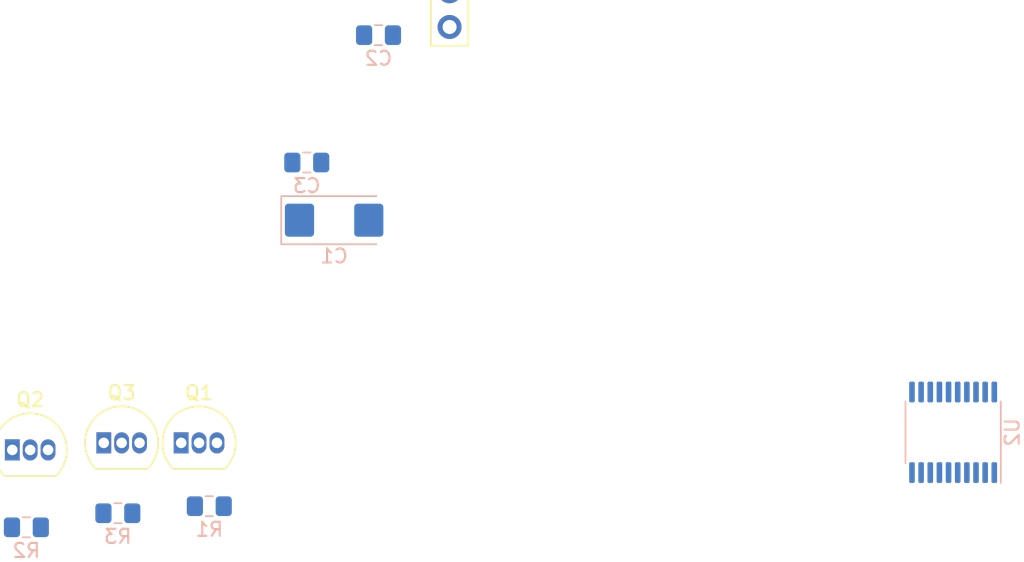
<source format=kicad_pcb>
(kicad_pcb (version 20171130) (host pcbnew "(5.1.4)-1")

  (general
    (thickness 1.6)
    (drawings 0)
    (tracks 0)
    (zones 0)
    (modules 17)
    (nets 28)
  )

  (page A4)
  (title_block
    (title Title)
    (date Date)
    (rev Rev)
    (company "Ondřej Fidra")
    (comment 1 Com1)
    (comment 2 Com2)
    (comment 3 Com3)
    (comment 4 Com4)
  )

  (layers
    (0 F.Cu signal hide)
    (31 B.Cu signal)
    (32 B.Adhes user)
    (33 F.Adhes user hide)
    (34 B.Paste user)
    (35 F.Paste user hide)
    (36 B.SilkS user)
    (37 F.SilkS user hide)
    (38 B.Mask user)
    (39 F.Mask user hide)
    (40 Dwgs.User user)
    (41 Cmts.User user)
    (42 Eco1.User user)
    (43 Eco2.User user)
    (44 Edge.Cuts user)
    (45 Margin user)
    (46 B.CrtYd user)
    (47 F.CrtYd user)
    (48 B.Fab user)
    (49 F.Fab user)
  )

  (setup
    (last_trace_width 0.25)
    (user_trace_width 0.8)
    (trace_clearance 0.2)
    (zone_clearance 0.2)
    (zone_45_only no)
    (trace_min 0.2)
    (via_size 0.8)
    (via_drill 0.4)
    (via_min_size 0.4)
    (via_min_drill 0.3)
    (user_via 2 0.6)
    (uvia_size 0.3)
    (uvia_drill 0.1)
    (uvias_allowed no)
    (uvia_min_size 0.2)
    (uvia_min_drill 0.1)
    (edge_width 0.05)
    (segment_width 0.2)
    (pcb_text_width 0.3)
    (pcb_text_size 1.5 1.5)
    (mod_edge_width 0.12)
    (mod_text_size 1 1)
    (mod_text_width 0.15)
    (pad_size 1.524 1.524)
    (pad_drill 0.762)
    (pad_to_mask_clearance 0.051)
    (solder_mask_min_width 0.25)
    (aux_axis_origin 0 0)
    (visible_elements 7FFFFFFF)
    (pcbplotparams
      (layerselection 0x010fc_ffffffff)
      (usegerberextensions false)
      (usegerberattributes false)
      (usegerberadvancedattributes false)
      (creategerberjobfile false)
      (excludeedgelayer true)
      (linewidth 0.100000)
      (plotframeref false)
      (viasonmask false)
      (mode 1)
      (useauxorigin false)
      (hpglpennumber 1)
      (hpglpenspeed 20)
      (hpglpendiameter 15.000000)
      (psnegative false)
      (psa4output false)
      (plotreference true)
      (plotvalue true)
      (plotinvisibletext false)
      (padsonsilk false)
      (subtractmaskfromsilk false)
      (outputformat 1)
      (mirror false)
      (drillshape 1)
      (scaleselection 1)
      (outputdirectory ""))
  )

  (net 0 "")
  (net 1 +5V)
  (net 2 GND)
  (net 3 "Net-(C3-Pad1)")
  (net 4 /SWIM)
  (net 5 /NRST)
  (net 6 +3V3)
  (net 7 /LED_R1)
  (net 8 /LED_R2)
  (net 9 /LED_O)
  (net 10 "Net-(Q1-Pad2)")
  (net 11 "Net-(Q2-Pad2)")
  (net 12 "Net-(Q3-Pad2)")
  (net 13 /PIN_LED_R1)
  (net 14 /PIN_LED_R2)
  (net 15 /PIN_LED_O)
  (net 16 /PIN_POT)
  (net 17 /SW_LED_R1)
  (net 18 /SW_LED_R2)
  (net 19 /SW_LED_O)
  (net 20 "Net-(U2-Pad5)")
  (net 21 "Net-(U2-Pad6)")
  (net 22 "Net-(U2-Pad10)")
  (net 23 "Net-(U2-Pad11)")
  (net 24 "Net-(U2-Pad12)")
  (net 25 "Net-(U2-Pad14)")
  (net 26 "Net-(U2-Pad15)")
  (net 27 "Net-(U2-Pad19)")

  (net_class Default "This is the default net class."
    (clearance 0.2)
    (trace_width 0.25)
    (via_dia 0.8)
    (via_drill 0.4)
    (uvia_dia 0.3)
    (uvia_drill 0.1)
    (add_net +3V3)
    (add_net +5V)
    (add_net /LED_O)
    (add_net /LED_R1)
    (add_net /LED_R2)
    (add_net /NRST)
    (add_net /PIN_LED_O)
    (add_net /PIN_LED_R1)
    (add_net /PIN_LED_R2)
    (add_net /PIN_POT)
    (add_net /SWIM)
    (add_net /SW_LED_O)
    (add_net /SW_LED_R1)
    (add_net /SW_LED_R2)
    (add_net GND)
    (add_net "Net-(C3-Pad1)")
    (add_net "Net-(Q1-Pad2)")
    (add_net "Net-(Q2-Pad2)")
    (add_net "Net-(Q3-Pad2)")
    (add_net "Net-(U2-Pad10)")
    (add_net "Net-(U2-Pad11)")
    (add_net "Net-(U2-Pad12)")
    (add_net "Net-(U2-Pad14)")
    (add_net "Net-(U2-Pad15)")
    (add_net "Net-(U2-Pad19)")
    (add_net "Net-(U2-Pad5)")
    (add_net "Net-(U2-Pad6)")
  )

  (module Capacitor_Tantalum_SMD:CP_EIA-6032-28_Kemet-C (layer B.Cu) (tedit 5B301BBE) (tstamp 5F7053DD)
    (at 105.870001 64.175001)
    (descr "Tantalum Capacitor SMD Kemet-C (6032-28 Metric), IPC_7351 nominal, (Body size from: http://www.kemet.com/Lists/ProductCatalog/Attachments/253/KEM_TC101_STD.pdf), generated with kicad-footprint-generator")
    (tags "capacitor tantalum")
    (path /5F0D47F0)
    (attr smd)
    (fp_text reference C1 (at 0 2.55) (layer B.SilkS)
      (effects (font (size 1 1) (thickness 0.15)) (justify mirror))
    )
    (fp_text value CP (at 0 -2.55) (layer B.Fab)
      (effects (font (size 1 1) (thickness 0.15)) (justify mirror))
    )
    (fp_line (start 3 1.6) (end -2.2 1.6) (layer B.Fab) (width 0.1))
    (fp_line (start -2.2 1.6) (end -3 0.8) (layer B.Fab) (width 0.1))
    (fp_line (start -3 0.8) (end -3 -1.6) (layer B.Fab) (width 0.1))
    (fp_line (start -3 -1.6) (end 3 -1.6) (layer B.Fab) (width 0.1))
    (fp_line (start 3 -1.6) (end 3 1.6) (layer B.Fab) (width 0.1))
    (fp_line (start 3 1.71) (end -3.76 1.71) (layer B.SilkS) (width 0.12))
    (fp_line (start -3.76 1.71) (end -3.76 -1.71) (layer B.SilkS) (width 0.12))
    (fp_line (start -3.76 -1.71) (end 3 -1.71) (layer B.SilkS) (width 0.12))
    (fp_line (start -3.75 -1.85) (end -3.75 1.85) (layer B.CrtYd) (width 0.05))
    (fp_line (start -3.75 1.85) (end 3.75 1.85) (layer B.CrtYd) (width 0.05))
    (fp_line (start 3.75 1.85) (end 3.75 -1.85) (layer B.CrtYd) (width 0.05))
    (fp_line (start 3.75 -1.85) (end -3.75 -1.85) (layer B.CrtYd) (width 0.05))
    (fp_text user %R (at 0 0) (layer B.Fab)
      (effects (font (size 1 1) (thickness 0.15)) (justify mirror))
    )
    (pad 1 smd roundrect (at -2.4625 0) (size 2.075 2.35) (layers B.Cu B.Paste B.Mask) (roundrect_rratio 0.120482)
      (net 1 +5V))
    (pad 2 smd roundrect (at 2.4625 0) (size 2.075 2.35) (layers B.Cu B.Paste B.Mask) (roundrect_rratio 0.120482)
      (net 2 GND))
    (model ${KISYS3DMOD}/Capacitor_Tantalum_SMD.3dshapes/CP_EIA-6032-28_Kemet-C.wrl
      (at (xyz 0 0 0))
      (scale (xyz 1 1 1))
      (rotate (xyz 0 0 0))
    )
  )

  (module Capacitor_SMD:C_0805_2012Metric_Pad1.15x1.40mm_HandSolder (layer B.Cu) (tedit 5B36C52B) (tstamp 5F7053EE)
    (at 109.025001 51.025001)
    (descr "Capacitor SMD 0805 (2012 Metric), square (rectangular) end terminal, IPC_7351 nominal with elongated pad for handsoldering. (Body size source: https://docs.google.com/spreadsheets/d/1BsfQQcO9C6DZCsRaXUlFlo91Tg2WpOkGARC1WS5S8t0/edit?usp=sharing), generated with kicad-footprint-generator")
    (tags "capacitor handsolder")
    (path /5F0D43B5)
    (attr smd)
    (fp_text reference C2 (at 0 1.65) (layer B.SilkS)
      (effects (font (size 1 1) (thickness 0.15)) (justify mirror))
    )
    (fp_text value C (at 0 -1.65) (layer B.Fab)
      (effects (font (size 1 1) (thickness 0.15)) (justify mirror))
    )
    (fp_text user %R (at 0 0) (layer B.Fab)
      (effects (font (size 0.5 0.5) (thickness 0.08)) (justify mirror))
    )
    (fp_line (start 1.85 -0.95) (end -1.85 -0.95) (layer B.CrtYd) (width 0.05))
    (fp_line (start 1.85 0.95) (end 1.85 -0.95) (layer B.CrtYd) (width 0.05))
    (fp_line (start -1.85 0.95) (end 1.85 0.95) (layer B.CrtYd) (width 0.05))
    (fp_line (start -1.85 -0.95) (end -1.85 0.95) (layer B.CrtYd) (width 0.05))
    (fp_line (start -0.261252 -0.71) (end 0.261252 -0.71) (layer B.SilkS) (width 0.12))
    (fp_line (start -0.261252 0.71) (end 0.261252 0.71) (layer B.SilkS) (width 0.12))
    (fp_line (start 1 -0.6) (end -1 -0.6) (layer B.Fab) (width 0.1))
    (fp_line (start 1 0.6) (end 1 -0.6) (layer B.Fab) (width 0.1))
    (fp_line (start -1 0.6) (end 1 0.6) (layer B.Fab) (width 0.1))
    (fp_line (start -1 -0.6) (end -1 0.6) (layer B.Fab) (width 0.1))
    (pad 2 smd roundrect (at 1.025 0) (size 1.15 1.4) (layers B.Cu B.Paste B.Mask) (roundrect_rratio 0.217391)
      (net 2 GND))
    (pad 1 smd roundrect (at -1.025 0) (size 1.15 1.4) (layers B.Cu B.Paste B.Mask) (roundrect_rratio 0.217391)
      (net 1 +5V))
    (model ${KISYS3DMOD}/Capacitor_SMD.3dshapes/C_0805_2012Metric.wrl
      (at (xyz 0 0 0))
      (scale (xyz 1 1 1))
      (rotate (xyz 0 0 0))
    )
  )

  (module Capacitor_SMD:C_0805_2012Metric_Pad1.15x1.40mm_HandSolder (layer B.Cu) (tedit 5B36C52B) (tstamp 5F7053FF)
    (at 103.925001 60.075001)
    (descr "Capacitor SMD 0805 (2012 Metric), square (rectangular) end terminal, IPC_7351 nominal with elongated pad for handsoldering. (Body size source: https://docs.google.com/spreadsheets/d/1BsfQQcO9C6DZCsRaXUlFlo91Tg2WpOkGARC1WS5S8t0/edit?usp=sharing), generated with kicad-footprint-generator")
    (tags "capacitor handsolder")
    (path /5F186B8C)
    (attr smd)
    (fp_text reference C3 (at 0 1.65) (layer B.SilkS)
      (effects (font (size 1 1) (thickness 0.15)) (justify mirror))
    )
    (fp_text value C (at 0 -1.65) (layer B.Fab)
      (effects (font (size 1 1) (thickness 0.15)) (justify mirror))
    )
    (fp_line (start -1 -0.6) (end -1 0.6) (layer B.Fab) (width 0.1))
    (fp_line (start -1 0.6) (end 1 0.6) (layer B.Fab) (width 0.1))
    (fp_line (start 1 0.6) (end 1 -0.6) (layer B.Fab) (width 0.1))
    (fp_line (start 1 -0.6) (end -1 -0.6) (layer B.Fab) (width 0.1))
    (fp_line (start -0.261252 0.71) (end 0.261252 0.71) (layer B.SilkS) (width 0.12))
    (fp_line (start -0.261252 -0.71) (end 0.261252 -0.71) (layer B.SilkS) (width 0.12))
    (fp_line (start -1.85 -0.95) (end -1.85 0.95) (layer B.CrtYd) (width 0.05))
    (fp_line (start -1.85 0.95) (end 1.85 0.95) (layer B.CrtYd) (width 0.05))
    (fp_line (start 1.85 0.95) (end 1.85 -0.95) (layer B.CrtYd) (width 0.05))
    (fp_line (start 1.85 -0.95) (end -1.85 -0.95) (layer B.CrtYd) (width 0.05))
    (fp_text user %R (at 0 0) (layer B.Fab)
      (effects (font (size 0.5 0.5) (thickness 0.08)) (justify mirror))
    )
    (pad 1 smd roundrect (at -1.025 0) (size 1.15 1.4) (layers B.Cu B.Paste B.Mask) (roundrect_rratio 0.217391)
      (net 3 "Net-(C3-Pad1)"))
    (pad 2 smd roundrect (at 1.025 0) (size 1.15 1.4) (layers B.Cu B.Paste B.Mask) (roundrect_rratio 0.217391)
      (net 2 GND))
    (model ${KISYS3DMOD}/Capacitor_SMD.3dshapes/C_0805_2012Metric.wrl
      (at (xyz 0 0 0))
      (scale (xyz 1 1 1))
      (rotate (xyz 0 0 0))
    )
  )

  (module TerminalBlock:TerminalBlock_bornier-2_P5.08mm (layer F.Cu) (tedit 59FF03AB) (tstamp 5F705414)
    (at 162.052 32.004)
    (descr "simple 2-pin terminal block, pitch 5.08mm, revamped version of bornier2")
    (tags "terminal block bornier2")
    (path /5F7670B7)
    (fp_text reference J1 (at 2.54 -5.08) (layer F.SilkS)
      (effects (font (size 1 1) (thickness 0.15)))
    )
    (fp_text value Power_Supply (at 2.54 5.08) (layer F.Fab)
      (effects (font (size 1 1) (thickness 0.15)))
    )
    (fp_text user %R (at 2.54 0) (layer F.Fab)
      (effects (font (size 1 1) (thickness 0.15)))
    )
    (fp_line (start -2.41 2.55) (end 7.49 2.55) (layer F.Fab) (width 0.1))
    (fp_line (start -2.46 -3.75) (end -2.46 3.75) (layer F.Fab) (width 0.1))
    (fp_line (start -2.46 3.75) (end 7.54 3.75) (layer F.Fab) (width 0.1))
    (fp_line (start 7.54 3.75) (end 7.54 -3.75) (layer F.Fab) (width 0.1))
    (fp_line (start 7.54 -3.75) (end -2.46 -3.75) (layer F.Fab) (width 0.1))
    (fp_line (start 7.62 2.54) (end -2.54 2.54) (layer F.SilkS) (width 0.12))
    (fp_line (start 7.62 3.81) (end 7.62 -3.81) (layer F.SilkS) (width 0.12))
    (fp_line (start 7.62 -3.81) (end -2.54 -3.81) (layer F.SilkS) (width 0.12))
    (fp_line (start -2.54 -3.81) (end -2.54 3.81) (layer F.SilkS) (width 0.12))
    (fp_line (start -2.54 3.81) (end 7.62 3.81) (layer F.SilkS) (width 0.12))
    (fp_line (start -2.71 -4) (end 7.79 -4) (layer F.CrtYd) (width 0.05))
    (fp_line (start -2.71 -4) (end -2.71 4) (layer F.CrtYd) (width 0.05))
    (fp_line (start 7.79 4) (end 7.79 -4) (layer F.CrtYd) (width 0.05))
    (fp_line (start 7.79 4) (end -2.71 4) (layer F.CrtYd) (width 0.05))
    (pad 1 thru_hole rect (at 0 0) (size 3 3) (drill 1.52) (layers *.Cu *.Mask)
      (net 2 GND))
    (pad 2 thru_hole circle (at 5.08 0) (size 3 3) (drill 1.52) (layers *.Cu *.Mask)
      (net 1 +5V))
    (model ${KISYS3DMOD}/TerminalBlock.3dshapes/TerminalBlock_bornier-2_P5.08mm.wrl
      (offset (xyz 2.539999961853027 0 0))
      (scale (xyz 1 1 1))
      (rotate (xyz 0 0 0))
    )
  )

  (module Connector_PinHeader_2.54mm:PinHeader_1x04_P2.54mm_Vertical (layer F.Cu) (tedit 59FED5CC) (tstamp 5F70542C)
    (at 114.075001 42.825001)
    (descr "Through hole straight pin header, 1x04, 2.54mm pitch, single row")
    (tags "Through hole pin header THT 1x04 2.54mm single row")
    (path /5F1B4138)
    (fp_text reference J2 (at 0 -2.33) (layer F.SilkS)
      (effects (font (size 1 1) (thickness 0.15)))
    )
    (fp_text value Conn_SWIM (at 0 9.95) (layer F.Fab)
      (effects (font (size 1 1) (thickness 0.15)))
    )
    (fp_line (start -0.635 -1.27) (end 1.27 -1.27) (layer F.Fab) (width 0.1))
    (fp_line (start 1.27 -1.27) (end 1.27 8.89) (layer F.Fab) (width 0.1))
    (fp_line (start 1.27 8.89) (end -1.27 8.89) (layer F.Fab) (width 0.1))
    (fp_line (start -1.27 8.89) (end -1.27 -0.635) (layer F.Fab) (width 0.1))
    (fp_line (start -1.27 -0.635) (end -0.635 -1.27) (layer F.Fab) (width 0.1))
    (fp_line (start -1.33 8.95) (end 1.33 8.95) (layer F.SilkS) (width 0.12))
    (fp_line (start -1.33 1.27) (end -1.33 8.95) (layer F.SilkS) (width 0.12))
    (fp_line (start 1.33 1.27) (end 1.33 8.95) (layer F.SilkS) (width 0.12))
    (fp_line (start -1.33 1.27) (end 1.33 1.27) (layer F.SilkS) (width 0.12))
    (fp_line (start -1.33 0) (end -1.33 -1.33) (layer F.SilkS) (width 0.12))
    (fp_line (start -1.33 -1.33) (end 0 -1.33) (layer F.SilkS) (width 0.12))
    (fp_line (start -1.8 -1.8) (end -1.8 9.4) (layer F.CrtYd) (width 0.05))
    (fp_line (start -1.8 9.4) (end 1.8 9.4) (layer F.CrtYd) (width 0.05))
    (fp_line (start 1.8 9.4) (end 1.8 -1.8) (layer F.CrtYd) (width 0.05))
    (fp_line (start 1.8 -1.8) (end -1.8 -1.8) (layer F.CrtYd) (width 0.05))
    (fp_text user %R (at 0 3.81 90) (layer F.Fab)
      (effects (font (size 1 1) (thickness 0.15)))
    )
    (pad 1 thru_hole rect (at 0 0) (size 1.7 1.7) (drill 1) (layers *.Cu *.Mask)
      (net 4 /SWIM))
    (pad 2 thru_hole oval (at 0 2.54) (size 1.7 1.7) (drill 1) (layers *.Cu *.Mask)
      (net 5 /NRST))
    (pad 3 thru_hole oval (at 0 5.08) (size 1.7 1.7) (drill 1) (layers *.Cu *.Mask)
      (net 6 +3V3))
    (pad 4 thru_hole oval (at 0 7.62) (size 1.7 1.7) (drill 1) (layers *.Cu *.Mask)
      (net 2 GND))
    (model ${KISYS3DMOD}/Connector_PinHeader_2.54mm.3dshapes/PinHeader_1x04_P2.54mm_Vertical.wrl
      (at (xyz 0 0 0))
      (scale (xyz 1 1 1))
      (rotate (xyz 0 0 0))
    )
  )

  (module TerminalBlock:TerminalBlock_bornier-4_P5.08mm (layer F.Cu) (tedit 59FF03D1) (tstamp 5F705444)
    (at 141.732 32.004)
    (descr "simple 4-pin terminal block, pitch 5.08mm, revamped version of bornier4")
    (tags "terminal block bornier4")
    (path /5F76578F)
    (fp_text reference J3 (at 7.6 -4.8) (layer F.SilkS)
      (effects (font (size 1 1) (thickness 0.15)))
    )
    (fp_text value Conn_LEDs (at 7.6 4.75) (layer F.Fab)
      (effects (font (size 1 1) (thickness 0.15)))
    )
    (fp_text user %R (at 7.62 0) (layer F.Fab)
      (effects (font (size 1 1) (thickness 0.15)))
    )
    (fp_line (start -2.48 2.55) (end 17.72 2.55) (layer F.Fab) (width 0.1))
    (fp_line (start -2.43 3.75) (end -2.48 3.75) (layer F.Fab) (width 0.1))
    (fp_line (start -2.48 3.75) (end -2.48 -3.75) (layer F.Fab) (width 0.1))
    (fp_line (start -2.48 -3.75) (end 17.72 -3.75) (layer F.Fab) (width 0.1))
    (fp_line (start 17.72 -3.75) (end 17.72 3.75) (layer F.Fab) (width 0.1))
    (fp_line (start 17.72 3.75) (end -2.43 3.75) (layer F.Fab) (width 0.1))
    (fp_line (start -2.54 -3.81) (end -2.54 3.81) (layer F.SilkS) (width 0.12))
    (fp_line (start 17.78 3.81) (end 17.78 -3.81) (layer F.SilkS) (width 0.12))
    (fp_line (start 17.78 2.54) (end -2.54 2.54) (layer F.SilkS) (width 0.12))
    (fp_line (start -2.54 -3.81) (end 17.78 -3.81) (layer F.SilkS) (width 0.12))
    (fp_line (start -2.54 3.81) (end 17.78 3.81) (layer F.SilkS) (width 0.12))
    (fp_line (start -2.73 -4) (end 17.97 -4) (layer F.CrtYd) (width 0.05))
    (fp_line (start -2.73 -4) (end -2.73 4) (layer F.CrtYd) (width 0.05))
    (fp_line (start 17.97 4) (end 17.97 -4) (layer F.CrtYd) (width 0.05))
    (fp_line (start 17.97 4) (end -2.73 4) (layer F.CrtYd) (width 0.05))
    (pad 2 thru_hole circle (at 5.08 0) (size 3 3) (drill 1.52) (layers *.Cu *.Mask)
      (net 7 /LED_R1))
    (pad 3 thru_hole circle (at 10.16 0) (size 3 3) (drill 1.52) (layers *.Cu *.Mask)
      (net 8 /LED_R2))
    (pad 1 thru_hole rect (at 0 0) (size 3 3) (drill 1.52) (layers *.Cu *.Mask)
      (net 1 +5V))
    (pad 4 thru_hole circle (at 15.24 0) (size 3 3) (drill 1.52) (layers *.Cu *.Mask)
      (net 9 /LED_O))
    (model ${KISYS3DMOD}/TerminalBlock.3dshapes/TerminalBlock_bornier-4_P5.08mm.wrl
      (offset (xyz 7.619999885559082 0 0))
      (scale (xyz 1 1 1))
      (rotate (xyz 0 0 0))
    )
  )

  (module Package_TO_SOT_THT:TO-92_Inline (layer F.Cu) (tedit 5A1DD157) (tstamp 5F705456)
    (at 95 80)
    (descr "TO-92 leads in-line, narrow, oval pads, drill 0.75mm (see NXP sot054_po.pdf)")
    (tags "to-92 sc-43 sc-43a sot54 PA33 transistor")
    (path /5F733D59)
    (fp_text reference Q1 (at 1.27 -3.56) (layer F.SilkS)
      (effects (font (size 1 1) (thickness 0.15)))
    )
    (fp_text value 2N3904 (at 1.27 2.79) (layer F.Fab)
      (effects (font (size 1 1) (thickness 0.15)))
    )
    (fp_text user %R (at 1.27 -3.56) (layer F.Fab)
      (effects (font (size 1 1) (thickness 0.15)))
    )
    (fp_line (start -0.53 1.85) (end 3.07 1.85) (layer F.SilkS) (width 0.12))
    (fp_line (start -0.5 1.75) (end 3 1.75) (layer F.Fab) (width 0.1))
    (fp_line (start -1.46 -2.73) (end 4 -2.73) (layer F.CrtYd) (width 0.05))
    (fp_line (start -1.46 -2.73) (end -1.46 2.01) (layer F.CrtYd) (width 0.05))
    (fp_line (start 4 2.01) (end 4 -2.73) (layer F.CrtYd) (width 0.05))
    (fp_line (start 4 2.01) (end -1.46 2.01) (layer F.CrtYd) (width 0.05))
    (fp_arc (start 1.27 0) (end 1.27 -2.48) (angle 135) (layer F.Fab) (width 0.1))
    (fp_arc (start 1.27 0) (end 1.27 -2.6) (angle -135) (layer F.SilkS) (width 0.12))
    (fp_arc (start 1.27 0) (end 1.27 -2.48) (angle -135) (layer F.Fab) (width 0.1))
    (fp_arc (start 1.27 0) (end 1.27 -2.6) (angle 135) (layer F.SilkS) (width 0.12))
    (pad 2 thru_hole oval (at 1.27 0) (size 1.05 1.5) (drill 0.75) (layers *.Cu *.Mask)
      (net 10 "Net-(Q1-Pad2)"))
    (pad 3 thru_hole oval (at 2.54 0) (size 1.05 1.5) (drill 0.75) (layers *.Cu *.Mask)
      (net 7 /LED_R1))
    (pad 1 thru_hole rect (at 0 0) (size 1.05 1.5) (drill 0.75) (layers *.Cu *.Mask)
      (net 2 GND))
    (model ${KISYS3DMOD}/Package_TO_SOT_THT.3dshapes/TO-92_Inline.wrl
      (at (xyz 0 0 0))
      (scale (xyz 1 1 1))
      (rotate (xyz 0 0 0))
    )
  )

  (module Package_TO_SOT_THT:TO-92_Inline (layer F.Cu) (tedit 5A1DD157) (tstamp 5F705468)
    (at 83 80.5)
    (descr "TO-92 leads in-line, narrow, oval pads, drill 0.75mm (see NXP sot054_po.pdf)")
    (tags "to-92 sc-43 sc-43a sot54 PA33 transistor")
    (path /5F74693E)
    (fp_text reference Q2 (at 1.27 -3.56) (layer F.SilkS)
      (effects (font (size 1 1) (thickness 0.15)))
    )
    (fp_text value 2N3904 (at 1.27 2.79) (layer F.Fab)
      (effects (font (size 1 1) (thickness 0.15)))
    )
    (fp_text user %R (at 1.27 -3.56) (layer F.Fab)
      (effects (font (size 1 1) (thickness 0.15)))
    )
    (fp_line (start -0.53 1.85) (end 3.07 1.85) (layer F.SilkS) (width 0.12))
    (fp_line (start -0.5 1.75) (end 3 1.75) (layer F.Fab) (width 0.1))
    (fp_line (start -1.46 -2.73) (end 4 -2.73) (layer F.CrtYd) (width 0.05))
    (fp_line (start -1.46 -2.73) (end -1.46 2.01) (layer F.CrtYd) (width 0.05))
    (fp_line (start 4 2.01) (end 4 -2.73) (layer F.CrtYd) (width 0.05))
    (fp_line (start 4 2.01) (end -1.46 2.01) (layer F.CrtYd) (width 0.05))
    (fp_arc (start 1.27 0) (end 1.27 -2.48) (angle 135) (layer F.Fab) (width 0.1))
    (fp_arc (start 1.27 0) (end 1.27 -2.6) (angle -135) (layer F.SilkS) (width 0.12))
    (fp_arc (start 1.27 0) (end 1.27 -2.48) (angle -135) (layer F.Fab) (width 0.1))
    (fp_arc (start 1.27 0) (end 1.27 -2.6) (angle 135) (layer F.SilkS) (width 0.12))
    (pad 2 thru_hole oval (at 1.27 0) (size 1.05 1.5) (drill 0.75) (layers *.Cu *.Mask)
      (net 11 "Net-(Q2-Pad2)"))
    (pad 3 thru_hole oval (at 2.54 0) (size 1.05 1.5) (drill 0.75) (layers *.Cu *.Mask)
      (net 8 /LED_R2))
    (pad 1 thru_hole rect (at 0 0) (size 1.05 1.5) (drill 0.75) (layers *.Cu *.Mask)
      (net 2 GND))
    (model ${KISYS3DMOD}/Package_TO_SOT_THT.3dshapes/TO-92_Inline.wrl
      (at (xyz 0 0 0))
      (scale (xyz 1 1 1))
      (rotate (xyz 0 0 0))
    )
  )

  (module Package_TO_SOT_THT:TO-92_Inline (layer F.Cu) (tedit 5A1DD157) (tstamp 5F70547A)
    (at 89.5 80)
    (descr "TO-92 leads in-line, narrow, oval pads, drill 0.75mm (see NXP sot054_po.pdf)")
    (tags "to-92 sc-43 sc-43a sot54 PA33 transistor")
    (path /5F749BD9)
    (fp_text reference Q3 (at 1.27 -3.56) (layer F.SilkS)
      (effects (font (size 1 1) (thickness 0.15)))
    )
    (fp_text value 2N3904 (at 1.27 2.79) (layer F.Fab)
      (effects (font (size 1 1) (thickness 0.15)))
    )
    (fp_arc (start 1.27 0) (end 1.27 -2.6) (angle 135) (layer F.SilkS) (width 0.12))
    (fp_arc (start 1.27 0) (end 1.27 -2.48) (angle -135) (layer F.Fab) (width 0.1))
    (fp_arc (start 1.27 0) (end 1.27 -2.6) (angle -135) (layer F.SilkS) (width 0.12))
    (fp_arc (start 1.27 0) (end 1.27 -2.48) (angle 135) (layer F.Fab) (width 0.1))
    (fp_line (start 4 2.01) (end -1.46 2.01) (layer F.CrtYd) (width 0.05))
    (fp_line (start 4 2.01) (end 4 -2.73) (layer F.CrtYd) (width 0.05))
    (fp_line (start -1.46 -2.73) (end -1.46 2.01) (layer F.CrtYd) (width 0.05))
    (fp_line (start -1.46 -2.73) (end 4 -2.73) (layer F.CrtYd) (width 0.05))
    (fp_line (start -0.5 1.75) (end 3 1.75) (layer F.Fab) (width 0.1))
    (fp_line (start -0.53 1.85) (end 3.07 1.85) (layer F.SilkS) (width 0.12))
    (fp_text user %R (at 1.27 -3.56) (layer F.Fab)
      (effects (font (size 1 1) (thickness 0.15)))
    )
    (pad 1 thru_hole rect (at 0 0) (size 1.05 1.5) (drill 0.75) (layers *.Cu *.Mask)
      (net 2 GND))
    (pad 3 thru_hole oval (at 2.54 0) (size 1.05 1.5) (drill 0.75) (layers *.Cu *.Mask)
      (net 9 /LED_O))
    (pad 2 thru_hole oval (at 1.27 0) (size 1.05 1.5) (drill 0.75) (layers *.Cu *.Mask)
      (net 12 "Net-(Q3-Pad2)"))
    (model ${KISYS3DMOD}/Package_TO_SOT_THT.3dshapes/TO-92_Inline.wrl
      (at (xyz 0 0 0))
      (scale (xyz 1 1 1))
      (rotate (xyz 0 0 0))
    )
  )

  (module Resistor_SMD:R_0805_2012Metric_Pad1.15x1.40mm_HandSolder (layer B.Cu) (tedit 5B36C52B) (tstamp 5F70548B)
    (at 97 84.5)
    (descr "Resistor SMD 0805 (2012 Metric), square (rectangular) end terminal, IPC_7351 nominal with elongated pad for handsoldering. (Body size source: https://docs.google.com/spreadsheets/d/1BsfQQcO9C6DZCsRaXUlFlo91Tg2WpOkGARC1WS5S8t0/edit?usp=sharing), generated with kicad-footprint-generator")
    (tags "resistor handsolder")
    (path /5F7345C1)
    (attr smd)
    (fp_text reference R1 (at 0 1.65) (layer B.SilkS)
      (effects (font (size 1 1) (thickness 0.15)) (justify mirror))
    )
    (fp_text value 1k (at 0 -1.65) (layer B.Fab)
      (effects (font (size 1 1) (thickness 0.15)) (justify mirror))
    )
    (fp_text user %R (at 0 0) (layer B.Fab)
      (effects (font (size 0.5 0.5) (thickness 0.08)) (justify mirror))
    )
    (fp_line (start 1.85 -0.95) (end -1.85 -0.95) (layer B.CrtYd) (width 0.05))
    (fp_line (start 1.85 0.95) (end 1.85 -0.95) (layer B.CrtYd) (width 0.05))
    (fp_line (start -1.85 0.95) (end 1.85 0.95) (layer B.CrtYd) (width 0.05))
    (fp_line (start -1.85 -0.95) (end -1.85 0.95) (layer B.CrtYd) (width 0.05))
    (fp_line (start -0.261252 -0.71) (end 0.261252 -0.71) (layer B.SilkS) (width 0.12))
    (fp_line (start -0.261252 0.71) (end 0.261252 0.71) (layer B.SilkS) (width 0.12))
    (fp_line (start 1 -0.6) (end -1 -0.6) (layer B.Fab) (width 0.1))
    (fp_line (start 1 0.6) (end 1 -0.6) (layer B.Fab) (width 0.1))
    (fp_line (start -1 0.6) (end 1 0.6) (layer B.Fab) (width 0.1))
    (fp_line (start -1 -0.6) (end -1 0.6) (layer B.Fab) (width 0.1))
    (pad 2 smd roundrect (at 1.025 0) (size 1.15 1.4) (layers B.Cu B.Paste B.Mask) (roundrect_rratio 0.217391)
      (net 13 /PIN_LED_R1))
    (pad 1 smd roundrect (at -1.025 0) (size 1.15 1.4) (layers B.Cu B.Paste B.Mask) (roundrect_rratio 0.217391)
      (net 10 "Net-(Q1-Pad2)"))
    (model ${KISYS3DMOD}/Resistor_SMD.3dshapes/R_0805_2012Metric.wrl
      (at (xyz 0 0 0))
      (scale (xyz 1 1 1))
      (rotate (xyz 0 0 0))
    )
  )

  (module Resistor_SMD:R_0805_2012Metric_Pad1.15x1.40mm_HandSolder (layer B.Cu) (tedit 5B36C52B) (tstamp 5F70549C)
    (at 84 86)
    (descr "Resistor SMD 0805 (2012 Metric), square (rectangular) end terminal, IPC_7351 nominal with elongated pad for handsoldering. (Body size source: https://docs.google.com/spreadsheets/d/1BsfQQcO9C6DZCsRaXUlFlo91Tg2WpOkGARC1WS5S8t0/edit?usp=sharing), generated with kicad-footprint-generator")
    (tags "resistor handsolder")
    (path /5F746944)
    (attr smd)
    (fp_text reference R2 (at 0 1.65) (layer B.SilkS)
      (effects (font (size 1 1) (thickness 0.15)) (justify mirror))
    )
    (fp_text value 1k (at 0 -1.65) (layer B.Fab)
      (effects (font (size 1 1) (thickness 0.15)) (justify mirror))
    )
    (fp_line (start -1 -0.6) (end -1 0.6) (layer B.Fab) (width 0.1))
    (fp_line (start -1 0.6) (end 1 0.6) (layer B.Fab) (width 0.1))
    (fp_line (start 1 0.6) (end 1 -0.6) (layer B.Fab) (width 0.1))
    (fp_line (start 1 -0.6) (end -1 -0.6) (layer B.Fab) (width 0.1))
    (fp_line (start -0.261252 0.71) (end 0.261252 0.71) (layer B.SilkS) (width 0.12))
    (fp_line (start -0.261252 -0.71) (end 0.261252 -0.71) (layer B.SilkS) (width 0.12))
    (fp_line (start -1.85 -0.95) (end -1.85 0.95) (layer B.CrtYd) (width 0.05))
    (fp_line (start -1.85 0.95) (end 1.85 0.95) (layer B.CrtYd) (width 0.05))
    (fp_line (start 1.85 0.95) (end 1.85 -0.95) (layer B.CrtYd) (width 0.05))
    (fp_line (start 1.85 -0.95) (end -1.85 -0.95) (layer B.CrtYd) (width 0.05))
    (fp_text user %R (at 0 0) (layer B.Fab)
      (effects (font (size 0.5 0.5) (thickness 0.08)) (justify mirror))
    )
    (pad 1 smd roundrect (at -1.025 0) (size 1.15 1.4) (layers B.Cu B.Paste B.Mask) (roundrect_rratio 0.217391)
      (net 11 "Net-(Q2-Pad2)"))
    (pad 2 smd roundrect (at 1.025 0) (size 1.15 1.4) (layers B.Cu B.Paste B.Mask) (roundrect_rratio 0.217391)
      (net 14 /PIN_LED_R2))
    (model ${KISYS3DMOD}/Resistor_SMD.3dshapes/R_0805_2012Metric.wrl
      (at (xyz 0 0 0))
      (scale (xyz 1 1 1))
      (rotate (xyz 0 0 0))
    )
  )

  (module Resistor_SMD:R_0805_2012Metric_Pad1.15x1.40mm_HandSolder (layer B.Cu) (tedit 5B36C52B) (tstamp 5F7054AD)
    (at 90.5 85)
    (descr "Resistor SMD 0805 (2012 Metric), square (rectangular) end terminal, IPC_7351 nominal with elongated pad for handsoldering. (Body size source: https://docs.google.com/spreadsheets/d/1BsfQQcO9C6DZCsRaXUlFlo91Tg2WpOkGARC1WS5S8t0/edit?usp=sharing), generated with kicad-footprint-generator")
    (tags "resistor handsolder")
    (path /5F749BDF)
    (attr smd)
    (fp_text reference R3 (at 0 1.65) (layer B.SilkS)
      (effects (font (size 1 1) (thickness 0.15)) (justify mirror))
    )
    (fp_text value 1k (at 0 -1.65) (layer B.Fab)
      (effects (font (size 1 1) (thickness 0.15)) (justify mirror))
    )
    (fp_line (start -1 -0.6) (end -1 0.6) (layer B.Fab) (width 0.1))
    (fp_line (start -1 0.6) (end 1 0.6) (layer B.Fab) (width 0.1))
    (fp_line (start 1 0.6) (end 1 -0.6) (layer B.Fab) (width 0.1))
    (fp_line (start 1 -0.6) (end -1 -0.6) (layer B.Fab) (width 0.1))
    (fp_line (start -0.261252 0.71) (end 0.261252 0.71) (layer B.SilkS) (width 0.12))
    (fp_line (start -0.261252 -0.71) (end 0.261252 -0.71) (layer B.SilkS) (width 0.12))
    (fp_line (start -1.85 -0.95) (end -1.85 0.95) (layer B.CrtYd) (width 0.05))
    (fp_line (start -1.85 0.95) (end 1.85 0.95) (layer B.CrtYd) (width 0.05))
    (fp_line (start 1.85 0.95) (end 1.85 -0.95) (layer B.CrtYd) (width 0.05))
    (fp_line (start 1.85 -0.95) (end -1.85 -0.95) (layer B.CrtYd) (width 0.05))
    (fp_text user %R (at 0 0) (layer B.Fab)
      (effects (font (size 0.5 0.5) (thickness 0.08)) (justify mirror))
    )
    (pad 1 smd roundrect (at -1.025 0) (size 1.15 1.4) (layers B.Cu B.Paste B.Mask) (roundrect_rratio 0.217391)
      (net 12 "Net-(Q3-Pad2)"))
    (pad 2 smd roundrect (at 1.025 0) (size 1.15 1.4) (layers B.Cu B.Paste B.Mask) (roundrect_rratio 0.217391)
      (net 15 /PIN_LED_O))
    (model ${KISYS3DMOD}/Resistor_SMD.3dshapes/R_0805_2012Metric.wrl
      (at (xyz 0 0 0))
      (scale (xyz 1 1 1))
      (rotate (xyz 0 0 0))
    )
  )

  (module TerminalBlock:TerminalBlock_bornier-3_P5.08mm (layer F.Cu) (tedit 59FF03B9) (tstamp 5F7054C3)
    (at 177.292 54.864)
    (descr "simple 3-pin terminal block, pitch 5.08mm, revamped version of bornier3")
    (tags "terminal block bornier3")
    (path /5F77122B)
    (fp_text reference RV1 (at 5.05 -4.65) (layer F.SilkS)
      (effects (font (size 1 1) (thickness 0.15)))
    )
    (fp_text value R_POT (at 5.08 5.08) (layer F.Fab)
      (effects (font (size 1 1) (thickness 0.15)))
    )
    (fp_text user %R (at 5.08 0) (layer F.Fab)
      (effects (font (size 1 1) (thickness 0.15)))
    )
    (fp_line (start -2.47 2.55) (end 12.63 2.55) (layer F.Fab) (width 0.1))
    (fp_line (start -2.47 -3.75) (end 12.63 -3.75) (layer F.Fab) (width 0.1))
    (fp_line (start 12.63 -3.75) (end 12.63 3.75) (layer F.Fab) (width 0.1))
    (fp_line (start 12.63 3.75) (end -2.47 3.75) (layer F.Fab) (width 0.1))
    (fp_line (start -2.47 3.75) (end -2.47 -3.75) (layer F.Fab) (width 0.1))
    (fp_line (start -2.54 3.81) (end -2.54 -3.81) (layer F.SilkS) (width 0.12))
    (fp_line (start 12.7 3.81) (end 12.7 -3.81) (layer F.SilkS) (width 0.12))
    (fp_line (start -2.54 2.54) (end 12.7 2.54) (layer F.SilkS) (width 0.12))
    (fp_line (start -2.54 -3.81) (end 12.7 -3.81) (layer F.SilkS) (width 0.12))
    (fp_line (start -2.54 3.81) (end 12.7 3.81) (layer F.SilkS) (width 0.12))
    (fp_line (start -2.72 -4) (end 12.88 -4) (layer F.CrtYd) (width 0.05))
    (fp_line (start -2.72 -4) (end -2.72 4) (layer F.CrtYd) (width 0.05))
    (fp_line (start 12.88 4) (end 12.88 -4) (layer F.CrtYd) (width 0.05))
    (fp_line (start 12.88 4) (end -2.72 4) (layer F.CrtYd) (width 0.05))
    (pad 1 thru_hole rect (at 0 0) (size 3 3) (drill 1.52) (layers *.Cu *.Mask)
      (net 1 +5V))
    (pad 2 thru_hole circle (at 5.08 0) (size 3 3) (drill 1.52) (layers *.Cu *.Mask)
      (net 16 /PIN_POT))
    (pad 3 thru_hole circle (at 10.16 0) (size 3 3) (drill 1.52) (layers *.Cu *.Mask)
      (net 2 GND))
    (model ${KISYS3DMOD}/TerminalBlock.3dshapes/TerminalBlock_bornier-3_P5.08mm.wrl
      (offset (xyz 5.079999923706055 0 0))
      (scale (xyz 1 1 1))
      (rotate (xyz 0 0 0))
    )
  )

  (module TerminalBlock:TerminalBlock_bornier-2_P5.08mm (layer F.Cu) (tedit 59FF03AB) (tstamp 5F7054D8)
    (at 189.992 62.484)
    (descr "simple 2-pin terminal block, pitch 5.08mm, revamped version of bornier2")
    (tags "terminal block bornier2")
    (path /5F1F4154)
    (fp_text reference SW1 (at 2.54 -5.08) (layer F.SilkS)
      (effects (font (size 1 1) (thickness 0.15)))
    )
    (fp_text value SW_LED_R1 (at 2.54 5.08) (layer F.Fab)
      (effects (font (size 1 1) (thickness 0.15)))
    )
    (fp_line (start 7.79 4) (end -2.71 4) (layer F.CrtYd) (width 0.05))
    (fp_line (start 7.79 4) (end 7.79 -4) (layer F.CrtYd) (width 0.05))
    (fp_line (start -2.71 -4) (end -2.71 4) (layer F.CrtYd) (width 0.05))
    (fp_line (start -2.71 -4) (end 7.79 -4) (layer F.CrtYd) (width 0.05))
    (fp_line (start -2.54 3.81) (end 7.62 3.81) (layer F.SilkS) (width 0.12))
    (fp_line (start -2.54 -3.81) (end -2.54 3.81) (layer F.SilkS) (width 0.12))
    (fp_line (start 7.62 -3.81) (end -2.54 -3.81) (layer F.SilkS) (width 0.12))
    (fp_line (start 7.62 3.81) (end 7.62 -3.81) (layer F.SilkS) (width 0.12))
    (fp_line (start 7.62 2.54) (end -2.54 2.54) (layer F.SilkS) (width 0.12))
    (fp_line (start 7.54 -3.75) (end -2.46 -3.75) (layer F.Fab) (width 0.1))
    (fp_line (start 7.54 3.75) (end 7.54 -3.75) (layer F.Fab) (width 0.1))
    (fp_line (start -2.46 3.75) (end 7.54 3.75) (layer F.Fab) (width 0.1))
    (fp_line (start -2.46 -3.75) (end -2.46 3.75) (layer F.Fab) (width 0.1))
    (fp_line (start -2.41 2.55) (end 7.49 2.55) (layer F.Fab) (width 0.1))
    (fp_text user %R (at 2.54 0) (layer F.Fab)
      (effects (font (size 1 1) (thickness 0.15)))
    )
    (pad 2 thru_hole circle (at 5.08 0) (size 3 3) (drill 1.52) (layers *.Cu *.Mask)
      (net 2 GND))
    (pad 1 thru_hole rect (at 0 0) (size 3 3) (drill 1.52) (layers *.Cu *.Mask)
      (net 17 /SW_LED_R1))
    (model ${KISYS3DMOD}/TerminalBlock.3dshapes/TerminalBlock_bornier-2_P5.08mm.wrl
      (offset (xyz 2.539999961853027 0 0))
      (scale (xyz 1 1 1))
      (rotate (xyz 0 0 0))
    )
  )

  (module TerminalBlock:TerminalBlock_bornier-2_P5.08mm (layer F.Cu) (tedit 59FF03AB) (tstamp 5F7054ED)
    (at 179.832 62.484)
    (descr "simple 2-pin terminal block, pitch 5.08mm, revamped version of bornier2")
    (tags "terminal block bornier2")
    (path /5F22FC7D)
    (fp_text reference SW2 (at 2.54 -5.08) (layer F.SilkS)
      (effects (font (size 1 1) (thickness 0.15)))
    )
    (fp_text value SW_LED_R2 (at 2.54 5.08) (layer F.Fab)
      (effects (font (size 1 1) (thickness 0.15)))
    )
    (fp_text user %R (at 2.54 0) (layer F.Fab)
      (effects (font (size 1 1) (thickness 0.15)))
    )
    (fp_line (start -2.41 2.55) (end 7.49 2.55) (layer F.Fab) (width 0.1))
    (fp_line (start -2.46 -3.75) (end -2.46 3.75) (layer F.Fab) (width 0.1))
    (fp_line (start -2.46 3.75) (end 7.54 3.75) (layer F.Fab) (width 0.1))
    (fp_line (start 7.54 3.75) (end 7.54 -3.75) (layer F.Fab) (width 0.1))
    (fp_line (start 7.54 -3.75) (end -2.46 -3.75) (layer F.Fab) (width 0.1))
    (fp_line (start 7.62 2.54) (end -2.54 2.54) (layer F.SilkS) (width 0.12))
    (fp_line (start 7.62 3.81) (end 7.62 -3.81) (layer F.SilkS) (width 0.12))
    (fp_line (start 7.62 -3.81) (end -2.54 -3.81) (layer F.SilkS) (width 0.12))
    (fp_line (start -2.54 -3.81) (end -2.54 3.81) (layer F.SilkS) (width 0.12))
    (fp_line (start -2.54 3.81) (end 7.62 3.81) (layer F.SilkS) (width 0.12))
    (fp_line (start -2.71 -4) (end 7.79 -4) (layer F.CrtYd) (width 0.05))
    (fp_line (start -2.71 -4) (end -2.71 4) (layer F.CrtYd) (width 0.05))
    (fp_line (start 7.79 4) (end 7.79 -4) (layer F.CrtYd) (width 0.05))
    (fp_line (start 7.79 4) (end -2.71 4) (layer F.CrtYd) (width 0.05))
    (pad 1 thru_hole rect (at 0 0) (size 3 3) (drill 1.52) (layers *.Cu *.Mask)
      (net 18 /SW_LED_R2))
    (pad 2 thru_hole circle (at 5.08 0) (size 3 3) (drill 1.52) (layers *.Cu *.Mask)
      (net 2 GND))
    (model ${KISYS3DMOD}/TerminalBlock.3dshapes/TerminalBlock_bornier-2_P5.08mm.wrl
      (offset (xyz 2.539999961853027 0 0))
      (scale (xyz 1 1 1))
      (rotate (xyz 0 0 0))
    )
  )

  (module TerminalBlock:TerminalBlock_bornier-2_P5.08mm (layer F.Cu) (tedit 59FF03AB) (tstamp 5F705502)
    (at 169.672 62.484)
    (descr "simple 2-pin terminal block, pitch 5.08mm, revamped version of bornier2")
    (tags "terminal block bornier2")
    (path /5F239F5E)
    (fp_text reference SW3 (at 2.54 -5.08) (layer F.SilkS)
      (effects (font (size 1 1) (thickness 0.15)))
    )
    (fp_text value SW_LED_O (at 2.54 5.08) (layer F.Fab)
      (effects (font (size 1 1) (thickness 0.15)))
    )
    (fp_line (start 7.79 4) (end -2.71 4) (layer F.CrtYd) (width 0.05))
    (fp_line (start 7.79 4) (end 7.79 -4) (layer F.CrtYd) (width 0.05))
    (fp_line (start -2.71 -4) (end -2.71 4) (layer F.CrtYd) (width 0.05))
    (fp_line (start -2.71 -4) (end 7.79 -4) (layer F.CrtYd) (width 0.05))
    (fp_line (start -2.54 3.81) (end 7.62 3.81) (layer F.SilkS) (width 0.12))
    (fp_line (start -2.54 -3.81) (end -2.54 3.81) (layer F.SilkS) (width 0.12))
    (fp_line (start 7.62 -3.81) (end -2.54 -3.81) (layer F.SilkS) (width 0.12))
    (fp_line (start 7.62 3.81) (end 7.62 -3.81) (layer F.SilkS) (width 0.12))
    (fp_line (start 7.62 2.54) (end -2.54 2.54) (layer F.SilkS) (width 0.12))
    (fp_line (start 7.54 -3.75) (end -2.46 -3.75) (layer F.Fab) (width 0.1))
    (fp_line (start 7.54 3.75) (end 7.54 -3.75) (layer F.Fab) (width 0.1))
    (fp_line (start -2.46 3.75) (end 7.54 3.75) (layer F.Fab) (width 0.1))
    (fp_line (start -2.46 -3.75) (end -2.46 3.75) (layer F.Fab) (width 0.1))
    (fp_line (start -2.41 2.55) (end 7.49 2.55) (layer F.Fab) (width 0.1))
    (fp_text user %R (at 2.54 0) (layer F.Fab)
      (effects (font (size 1 1) (thickness 0.15)))
    )
    (pad 2 thru_hole circle (at 5.08 0) (size 3 3) (drill 1.52) (layers *.Cu *.Mask)
      (net 2 GND))
    (pad 1 thru_hole rect (at 0 0) (size 3 3) (drill 1.52) (layers *.Cu *.Mask)
      (net 19 /SW_LED_O))
    (model ${KISYS3DMOD}/TerminalBlock.3dshapes/TerminalBlock_bornier-2_P5.08mm.wrl
      (offset (xyz 2.539999961853027 0 0))
      (scale (xyz 1 1 1))
      (rotate (xyz 0 0 0))
    )
  )

  (module Package_SO:TSSOP-20_4.4x6.5mm_P0.65mm (layer B.Cu) (tedit 5E476F32) (tstamp 5F705528)
    (at 149.86 79.248 90)
    (descr "TSSOP, 20 Pin (JEDEC MO-153 Var AC https://www.jedec.org/document_search?search_api_views_fulltext=MO-153), generated with kicad-footprint-generator ipc_gullwing_generator.py")
    (tags "TSSOP SO")
    (path /5F0C31AA)
    (attr smd)
    (fp_text reference U2 (at 0 4.2 90) (layer B.SilkS)
      (effects (font (size 1 1) (thickness 0.15)) (justify mirror))
    )
    (fp_text value STM8S003F3P (at 0 -4.2 90) (layer B.Fab)
      (effects (font (size 1 1) (thickness 0.15)) (justify mirror))
    )
    (fp_line (start 0 -3.385) (end 2.2 -3.385) (layer B.SilkS) (width 0.12))
    (fp_line (start 0 -3.385) (end -2.2 -3.385) (layer B.SilkS) (width 0.12))
    (fp_line (start 0 3.385) (end 2.2 3.385) (layer B.SilkS) (width 0.12))
    (fp_line (start 0 3.385) (end -3.6 3.385) (layer B.SilkS) (width 0.12))
    (fp_line (start -1.2 3.25) (end 2.2 3.25) (layer B.Fab) (width 0.1))
    (fp_line (start 2.2 3.25) (end 2.2 -3.25) (layer B.Fab) (width 0.1))
    (fp_line (start 2.2 -3.25) (end -2.2 -3.25) (layer B.Fab) (width 0.1))
    (fp_line (start -2.2 -3.25) (end -2.2 2.25) (layer B.Fab) (width 0.1))
    (fp_line (start -2.2 2.25) (end -1.2 3.25) (layer B.Fab) (width 0.1))
    (fp_line (start -3.85 3.5) (end -3.85 -3.5) (layer B.CrtYd) (width 0.05))
    (fp_line (start -3.85 -3.5) (end 3.85 -3.5) (layer B.CrtYd) (width 0.05))
    (fp_line (start 3.85 -3.5) (end 3.85 3.5) (layer B.CrtYd) (width 0.05))
    (fp_line (start 3.85 3.5) (end -3.85 3.5) (layer B.CrtYd) (width 0.05))
    (fp_text user %R (at 0 0 90) (layer B.Fab)
      (effects (font (size 1 1) (thickness 0.15)) (justify mirror))
    )
    (pad 1 smd roundrect (at -2.8625 2.925 90) (size 1.475 0.4) (layers B.Cu B.Paste B.Mask) (roundrect_rratio 0.25)
      (net 17 /SW_LED_R1))
    (pad 2 smd roundrect (at -2.8625 2.275 90) (size 1.475 0.4) (layers B.Cu B.Paste B.Mask) (roundrect_rratio 0.25)
      (net 18 /SW_LED_R2))
    (pad 3 smd roundrect (at -2.8625 1.625 90) (size 1.475 0.4) (layers B.Cu B.Paste B.Mask) (roundrect_rratio 0.25)
      (net 19 /SW_LED_O))
    (pad 4 smd roundrect (at -2.8625 0.975 90) (size 1.475 0.4) (layers B.Cu B.Paste B.Mask) (roundrect_rratio 0.25)
      (net 5 /NRST))
    (pad 5 smd roundrect (at -2.8625 0.325 90) (size 1.475 0.4) (layers B.Cu B.Paste B.Mask) (roundrect_rratio 0.25)
      (net 20 "Net-(U2-Pad5)"))
    (pad 6 smd roundrect (at -2.8625 -0.325 90) (size 1.475 0.4) (layers B.Cu B.Paste B.Mask) (roundrect_rratio 0.25)
      (net 21 "Net-(U2-Pad6)"))
    (pad 7 smd roundrect (at -2.8625 -0.975 90) (size 1.475 0.4) (layers B.Cu B.Paste B.Mask) (roundrect_rratio 0.25)
      (net 2 GND))
    (pad 8 smd roundrect (at -2.8625 -1.625 90) (size 1.475 0.4) (layers B.Cu B.Paste B.Mask) (roundrect_rratio 0.25)
      (net 3 "Net-(C3-Pad1)"))
    (pad 9 smd roundrect (at -2.8625 -2.275 90) (size 1.475 0.4) (layers B.Cu B.Paste B.Mask) (roundrect_rratio 0.25)
      (net 6 +3V3))
    (pad 10 smd roundrect (at -2.8625 -2.925 90) (size 1.475 0.4) (layers B.Cu B.Paste B.Mask) (roundrect_rratio 0.25)
      (net 22 "Net-(U2-Pad10)"))
    (pad 11 smd roundrect (at 2.8625 -2.925 90) (size 1.475 0.4) (layers B.Cu B.Paste B.Mask) (roundrect_rratio 0.25)
      (net 23 "Net-(U2-Pad11)"))
    (pad 12 smd roundrect (at 2.8625 -2.275 90) (size 1.475 0.4) (layers B.Cu B.Paste B.Mask) (roundrect_rratio 0.25)
      (net 24 "Net-(U2-Pad12)"))
    (pad 13 smd roundrect (at 2.8625 -1.625 90) (size 1.475 0.4) (layers B.Cu B.Paste B.Mask) (roundrect_rratio 0.25)
      (net 13 /PIN_LED_R1))
    (pad 14 smd roundrect (at 2.8625 -0.975 90) (size 1.475 0.4) (layers B.Cu B.Paste B.Mask) (roundrect_rratio 0.25)
      (net 25 "Net-(U2-Pad14)"))
    (pad 15 smd roundrect (at 2.8625 -0.325 90) (size 1.475 0.4) (layers B.Cu B.Paste B.Mask) (roundrect_rratio 0.25)
      (net 26 "Net-(U2-Pad15)"))
    (pad 16 smd roundrect (at 2.8625 0.325 90) (size 1.475 0.4) (layers B.Cu B.Paste B.Mask) (roundrect_rratio 0.25)
      (net 14 /PIN_LED_R2))
    (pad 17 smd roundrect (at 2.8625 0.975 90) (size 1.475 0.4) (layers B.Cu B.Paste B.Mask) (roundrect_rratio 0.25)
      (net 15 /PIN_LED_O))
    (pad 18 smd roundrect (at 2.8625 1.625 90) (size 1.475 0.4) (layers B.Cu B.Paste B.Mask) (roundrect_rratio 0.25)
      (net 4 /SWIM))
    (pad 19 smd roundrect (at 2.8625 2.275 90) (size 1.475 0.4) (layers B.Cu B.Paste B.Mask) (roundrect_rratio 0.25)
      (net 27 "Net-(U2-Pad19)"))
    (pad 20 smd roundrect (at 2.8625 2.925 90) (size 1.475 0.4) (layers B.Cu B.Paste B.Mask) (roundrect_rratio 0.25)
      (net 16 /PIN_POT))
    (model ${KISYS3DMOD}/Package_SO.3dshapes/TSSOP-20_4.4x6.5mm_P0.65mm.wrl
      (at (xyz 0 0 0))
      (scale (xyz 1 1 1))
      (rotate (xyz 0 0 0))
    )
  )

)

</source>
